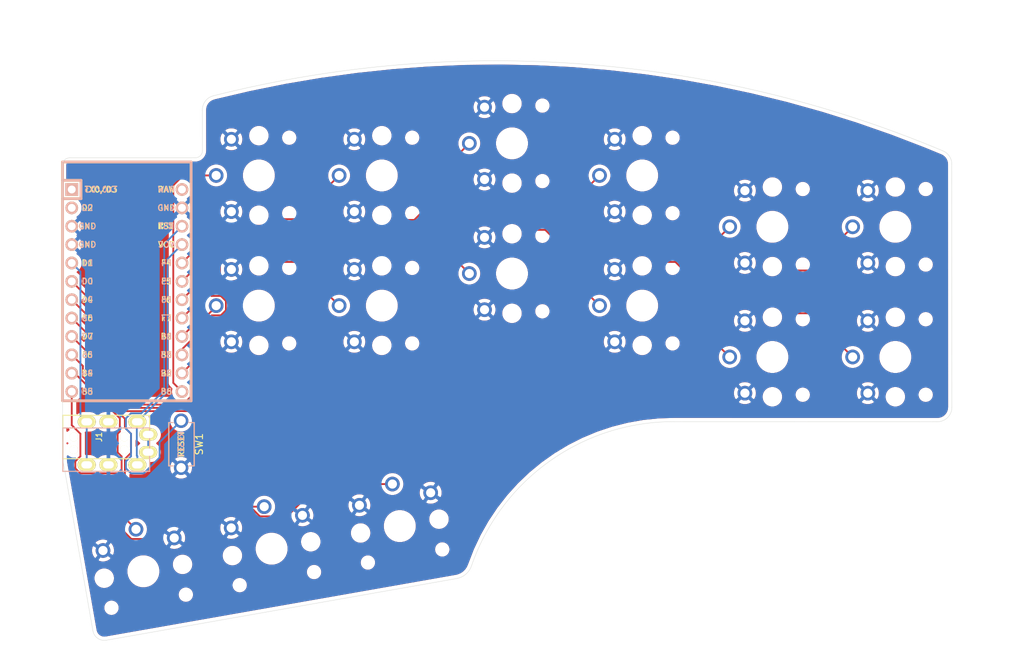
<source format=kicad_pcb>
(kicad_pcb (version 20171130) (host pcbnew "(5.1.9)-1")
  (layers (0 F.Cu signal) (31 B.Cu signal) (34 B.Paste user) (35 F.Paste user) (36 B.SilkS user) (37 F.SilkS user) (38 B.Mask user) (39 F.Mask user) (44 Edge.Cuts user))
  (net 0 "")
  (net 1 VDD)
  (net 2 "Net-(J1-PadA)")
  (net 3 "Net-(J1-PadB)")
  (net 4 GND)
  (net 5 "Net-(K0-Pad1)")
  (net 6 "Net-(K1-Pad1)")
  (net 7 "Net-(KA1-Pad1)")
  (net 8 "Net-(KHL1-Pad1)")
  (net 9 "Net-(KKL1-Pad1)")
  (net 10 "Net-(KN1-Pad1)")
  (net 11 "Net-(KO1-Pad1)")
  (net 12 "Net-(KPL1-Pad1)")
  (net 13 "Net-(KRL1-Pad1)")
  (net 14 "Net-(KS1-Pad1)")
  (net 15 "Net-(KS2-Pad1)")
  (net 16 "Net-(KST1-Pad1)")
  (net 17 "Net-(KST2-Pad1)")
  (net 18 "Net-(KTL1-Pad1)")
  (net 19 "Net-(KWL1-Pad1)")
  (net 20 "Net-(SW1-Pad1)")
  (net 21 "Net-(U1-Pad24)")
  (net 22 "Net-(U1-Pad1)")
  (net 23 "Net-(U1-Pad2)")
  (module Lily58-footprint:TACT_SWITCH_TVBP06 (layer F.Cu) (at 98 131.6 270)
    (fp_text reference SW1 (at 0 -2.5 90) (layer F.SilkS))
    (fp_text value SW_PUSH)
    (fp_text user RESET (at 0 0 90) (layer B.SilkS) (effects (font (size 0.8 0.8)) (justify mirror)))
    (fp_text user RESET (at 0 0 270) (layer F.SilkS) (effects (font (size 0.8 0.8))))
    (pad 2 thru_hole circle (at 3.25 0 270) (size 2 2) (drill 1.3) (layers *.Cu *.Mask) (net 4 GND))
    (pad 1 thru_hole circle (at -3.25 0 270) (size 2 2) (drill 1.3) (layers *.Cu *.Mask) (net 20 "Net-(SW1-Pad1)"))
  )
  (module Lily58_Footprints:MJ-4PP-9_rev2 (layer F.Cu) (at 81.65 130.6 90)
    (fp_text reference J1 (at 0 5 90) (layer F.SilkS) (effects (font (size 0.8 0.8))))
    (fp_text value MJ-4PP-9 hide)
    (pad "" np_thru_hole circle (at -1.75 8.5 90) (size 1.2 1.2) (drill 1.2) (layers *.Cu *.Mask F.SilkS))
    (pad "" np_thru_hole circle (at -1.75 1.5 90) (size 1.2 1.2) (drill 1.2) (layers *.Cu *.Mask F.SilkS))
    (pad D thru_hole oval (at -3.85 10.3 90) (size 1.7 2.5) (drill oval 1 1.5) (layers *.Cu *.Mask F.SilkS) (net 1 VDD) (clearance 0.15))
    (pad A thru_hole oval (at 0.35 11.8 90) (size 1.7 2.5) (drill oval 1 1.5) (layers *.Cu *.Mask F.SilkS) (net 2 "Net-(J1-PadA)") (clearance 0.15))
    (pad B thru_hole oval (at -3.85 3.3 90) (size 1.7 2.5) (drill oval 1 1.5) (layers *.Cu *.Mask F.SilkS) (net 3 "Net-(J1-PadB)"))
    (pad C thru_hole oval (at -3.85 6.3 90) (size 1.7 2.5) (drill oval 1 1.5) (layers *.Cu *.Mask F.SilkS) (net 4 GND))
    (pad "" np_thru_hole circle (at 0 1.5 90) (size 1.2 1.2) (drill 1.2) (layers *.Cu *.Mask F.SilkS))
    (pad "" np_thru_hole circle (at 0 8.5 90) (size 1.2 1.2) (drill 1.2) (layers *.Cu *.Mask F.SilkS))
    (pad B thru_hole oval (at 2.1 3.3 90) (size 1.7 2.5) (drill oval 1 1.5) (layers *.Cu *.Mask F.SilkS) (net 3 "Net-(J1-PadB)"))
    (pad C thru_hole oval (at 2.1 6.3 90) (size 1.7 2.5) (drill oval 1 1.5) (layers *.Cu *.Mask F.SilkS) (net 4 GND))
    (pad D thru_hole oval (at 2.1 10.3 90) (size 1.7 2.5) (drill oval 1 1.5) (layers *.Cu *.Mask F.SilkS) (net 1 VDD) (clearance 0.15))
    (pad A thru_hole oval (at -2.1 11.8 90) (size 1.7 2.5) (drill oval 1 1.5) (layers *.Cu *.Mask F.SilkS) (net 2 "Net-(J1-PadA)") (clearance 0.15))
  )
  (module switches:Choc_PG1350_Choc_Spacing_Reversible (layer F.Cu) (at 196.75 101.5375 270)
    (fp_text reference K0 hide)
    (fp_text value KEYSW hide)
    (pad 2 thru_hole circle (at 5 3.8 180) (size 2.032 2.032) (drill 1.27) (layers *.Cu *.Mask) (net 4 GND))
    (pad "" np_thru_hole circle (at -5.22 -4.2 270) (size 0.9906 0.9906) (drill 0.9906) (layers *.Cu *.Mask))
    (pad "" np_thru_hole circle (at 0 0 270) (size 3.429 3.429) (drill 3.429) (layers *.Cu *.Mask))
    (pad 2 thru_hole circle (at -5 3.8 270) (size 2.032 2.032) (drill 1.27) (layers *.Cu *.Mask) (net 4 GND))
    (pad 1 thru_hole circle (at 0 5.9 270) (size 2.032 2.032) (drill 1.27) (layers *.Cu *.Mask) (net 5 "Net-(K0-Pad1)"))
    (pad "" np_thru_hole circle (at 5.22 -4.2 270) (size 0.9906 0.9906) (drill 0.9906) (layers *.Cu *.Mask))
    (pad "" np_thru_hole circle (at 5.5 0 270) (size 1.7018 1.7018) (drill 1.7018) (layers *.Cu *.Mask))
    (pad "" np_thru_hole circle (at -5.5 0 270) (size 1.7018 1.7018) (drill 1.7018) (layers *.Cu *.Mask))
  )
  (module switches:Choc_PG1350_Choc_Spacing_Reversible (layer F.Cu) (at 196.75 119.5375 270)
    (fp_text reference K1 hide)
    (fp_text value KEYSW hide)
    (pad "" np_thru_hole circle (at -5.5 0 270) (size 1.7018 1.7018) (drill 1.7018) (layers *.Cu *.Mask))
    (pad "" np_thru_hole circle (at 5.5 0 270) (size 1.7018 1.7018) (drill 1.7018) (layers *.Cu *.Mask))
    (pad "" np_thru_hole circle (at 5.22 -4.2 270) (size 0.9906 0.9906) (drill 0.9906) (layers *.Cu *.Mask))
    (pad 1 thru_hole circle (at 0 5.9 270) (size 2.032 2.032) (drill 1.27) (layers *.Cu *.Mask) (net 6 "Net-(K1-Pad1)"))
    (pad 2 thru_hole circle (at -5 3.8 270) (size 2.032 2.032) (drill 1.27) (layers *.Cu *.Mask) (net 4 GND))
    (pad "" np_thru_hole circle (at 0 0 270) (size 3.429 3.429) (drill 3.429) (layers *.Cu *.Mask))
    (pad "" np_thru_hole circle (at -5.22 -4.2 270) (size 0.9906 0.9906) (drill 0.9906) (layers *.Cu *.Mask))
    (pad 2 thru_hole circle (at 5 3.8 180) (size 2.032 2.032) (drill 1.27) (layers *.Cu *.Mask) (net 4 GND))
  )
  (module switches:Choc_PG1350_Choc_Spacing_Reversible (layer F.Cu) (at 110.512395 146.042485 190)
    (fp_text reference KA1 hide)
    (fp_text value KEYSW hide)
    (pad "" np_thru_hole circle (at -5.5 0 190) (size 1.7018 1.7018) (drill 1.7018) (layers *.Cu *.Mask))
    (pad "" np_thru_hole circle (at 5.5 0 190) (size 1.7018 1.7018) (drill 1.7018) (layers *.Cu *.Mask))
    (pad "" np_thru_hole circle (at 5.22 -4.2 190) (size 0.9906 0.9906) (drill 0.9906) (layers *.Cu *.Mask))
    (pad 1 thru_hole circle (at 0 5.9 190) (size 2.032 2.032) (drill 1.27) (layers *.Cu *.Mask) (net 7 "Net-(KA1-Pad1)"))
    (pad 2 thru_hole circle (at -5 3.8 190) (size 2.032 2.032) (drill 1.27) (layers *.Cu *.Mask) (net 4 GND))
    (pad "" np_thru_hole circle (at 0 0 190) (size 3.429 3.429) (drill 3.429) (layers *.Cu *.Mask))
    (pad "" np_thru_hole circle (at -5.22 -4.2 190) (size 0.9906 0.9906) (drill 0.9906) (layers *.Cu *.Mask))
    (pad 2 thru_hole circle (at 5 3.8 100) (size 2.032 2.032) (drill 1.27) (layers *.Cu *.Mask) (net 4 GND))
  )
  (module switches:Choc_PG1350_Choc_Spacing_Reversible (layer F.Cu) (at 125.75 94.4375 270)
    (fp_text reference KHL1 hide)
    (fp_text value KEYSW hide)
    (pad 2 thru_hole circle (at 5 3.8 180) (size 2.032 2.032) (drill 1.27) (layers *.Cu *.Mask) (net 4 GND))
    (pad "" np_thru_hole circle (at -5.22 -4.2 270) (size 0.9906 0.9906) (drill 0.9906) (layers *.Cu *.Mask))
    (pad "" np_thru_hole circle (at 0 0 270) (size 3.429 3.429) (drill 3.429) (layers *.Cu *.Mask))
    (pad 2 thru_hole circle (at -5 3.8 270) (size 2.032 2.032) (drill 1.27) (layers *.Cu *.Mask) (net 4 GND))
    (pad 1 thru_hole circle (at 0 5.9 270) (size 2.032 2.032) (drill 1.27) (layers *.Cu *.Mask) (net 8 "Net-(KHL1-Pad1)"))
    (pad "" np_thru_hole circle (at 5.22 -4.2 270) (size 0.9906 0.9906) (drill 0.9906) (layers *.Cu *.Mask))
    (pad "" np_thru_hole circle (at 5.5 0 270) (size 1.7018 1.7018) (drill 1.7018) (layers *.Cu *.Mask))
    (pad "" np_thru_hole circle (at -5.5 0 270) (size 1.7018 1.7018) (drill 1.7018) (layers *.Cu *.Mask))
  )
  (module switches:Choc_PG1350_Choc_Spacing_Reversible (layer F.Cu) (at 161.75 112.4375 270)
    (fp_text reference KKL1 hide)
    (fp_text value KEYSW hide)
    (pad "" np_thru_hole circle (at -5.5 0 270) (size 1.7018 1.7018) (drill 1.7018) (layers *.Cu *.Mask))
    (pad "" np_thru_hole circle (at 5.5 0 270) (size 1.7018 1.7018) (drill 1.7018) (layers *.Cu *.Mask))
    (pad "" np_thru_hole circle (at 5.22 -4.2 270) (size 0.9906 0.9906) (drill 0.9906) (layers *.Cu *.Mask))
    (pad 1 thru_hole circle (at 0 5.9 270) (size 2.032 2.032) (drill 1.27) (layers *.Cu *.Mask) (net 9 "Net-(KKL1-Pad1)"))
    (pad 2 thru_hole circle (at -5 3.8 270) (size 2.032 2.032) (drill 1.27) (layers *.Cu *.Mask) (net 4 GND))
    (pad "" np_thru_hole circle (at 0 0 270) (size 3.429 3.429) (drill 3.429) (layers *.Cu *.Mask))
    (pad "" np_thru_hole circle (at -5.22 -4.2 270) (size 0.9906 0.9906) (drill 0.9906) (layers *.Cu *.Mask))
    (pad 2 thru_hole circle (at 5 3.8 180) (size 2.032 2.032) (drill 1.27) (layers *.Cu *.Mask) (net 4 GND))
  )
  (module switches:Choc_PG1350_Choc_Spacing_Reversible (layer F.Cu) (at 128.238935 142.916818 190)
    (fp_text reference KN1 hide)
    (fp_text value KEYSW hide)
    (pad "" np_thru_hole circle (at -5.5 0 190) (size 1.7018 1.7018) (drill 1.7018) (layers *.Cu *.Mask))
    (pad "" np_thru_hole circle (at 5.5 0 190) (size 1.7018 1.7018) (drill 1.7018) (layers *.Cu *.Mask))
    (pad "" np_thru_hole circle (at 5.22 -4.2 190) (size 0.9906 0.9906) (drill 0.9906) (layers *.Cu *.Mask))
    (pad 1 thru_hole circle (at 0 5.9 190) (size 2.032 2.032) (drill 1.27) (layers *.Cu *.Mask) (net 10 "Net-(KN1-Pad1)"))
    (pad 2 thru_hole circle (at -5 3.8 190) (size 2.032 2.032) (drill 1.27) (layers *.Cu *.Mask) (net 4 GND))
    (pad "" np_thru_hole circle (at 0 0 190) (size 3.429 3.429) (drill 3.429) (layers *.Cu *.Mask))
    (pad "" np_thru_hole circle (at -5.22 -4.2 190) (size 0.9906 0.9906) (drill 0.9906) (layers *.Cu *.Mask))
    (pad 2 thru_hole circle (at 5 3.8 100) (size 2.032 2.032) (drill 1.27) (layers *.Cu *.Mask) (net 4 GND))
  )
  (module switches:Choc_PG1350_Choc_Spacing_Reversible (layer F.Cu) (at 92.785856 149.168154 190)
    (fp_text reference KO1 hide)
    (fp_text value KEYSW hide)
    (pad 2 thru_hole circle (at 5 3.8 100) (size 2.032 2.032) (drill 1.27) (layers *.Cu *.Mask) (net 4 GND))
    (pad "" np_thru_hole circle (at -5.22 -4.2 190) (size 0.9906 0.9906) (drill 0.9906) (layers *.Cu *.Mask))
    (pad "" np_thru_hole circle (at 0 0 190) (size 3.429 3.429) (drill 3.429) (layers *.Cu *.Mask))
    (pad 2 thru_hole circle (at -5 3.8 190) (size 2.032 2.032) (drill 1.27) (layers *.Cu *.Mask) (net 4 GND))
    (pad 1 thru_hole circle (at 0 5.9 190) (size 2.032 2.032) (drill 1.27) (layers *.Cu *.Mask) (net 11 "Net-(KO1-Pad1)"))
    (pad "" np_thru_hole circle (at 5.22 -4.2 190) (size 0.9906 0.9906) (drill 0.9906) (layers *.Cu *.Mask))
    (pad "" np_thru_hole circle (at 5.5 0 190) (size 1.7018 1.7018) (drill 1.7018) (layers *.Cu *.Mask))
    (pad "" np_thru_hole circle (at -5.5 0 190) (size 1.7018 1.7018) (drill 1.7018) (layers *.Cu *.Mask))
  )
  (module switches:Choc_PG1350_Choc_Spacing_Reversible (layer F.Cu) (at 143.75 90 270)
    (fp_text reference KPL1 hide)
    (fp_text value KEYSW hide)
    (pad "" np_thru_hole circle (at -5.5 0 270) (size 1.7018 1.7018) (drill 1.7018) (layers *.Cu *.Mask))
    (pad "" np_thru_hole circle (at 5.5 0 270) (size 1.7018 1.7018) (drill 1.7018) (layers *.Cu *.Mask))
    (pad "" np_thru_hole circle (at 5.22 -4.2 270) (size 0.9906 0.9906) (drill 0.9906) (layers *.Cu *.Mask))
    (pad 1 thru_hole circle (at 0 5.9 270) (size 2.032 2.032) (drill 1.27) (layers *.Cu *.Mask) (net 12 "Net-(KPL1-Pad1)"))
    (pad 2 thru_hole circle (at -5 3.8 270) (size 2.032 2.032) (drill 1.27) (layers *.Cu *.Mask) (net 4 GND))
    (pad "" np_thru_hole circle (at 0 0 270) (size 3.429 3.429) (drill 3.429) (layers *.Cu *.Mask))
    (pad "" np_thru_hole circle (at -5.22 -4.2 270) (size 0.9906 0.9906) (drill 0.9906) (layers *.Cu *.Mask))
    (pad 2 thru_hole circle (at 5 3.8 180) (size 2.032 2.032) (drill 1.27) (layers *.Cu *.Mask) (net 4 GND))
  )
  (module switches:Choc_PG1350_Choc_Spacing_Reversible (layer F.Cu) (at 125.75 112.4375 270)
    (fp_text reference KRL1 hide)
    (fp_text value KEYSW hide)
    (pad "" np_thru_hole circle (at -5.5 0 270) (size 1.7018 1.7018) (drill 1.7018) (layers *.Cu *.Mask))
    (pad "" np_thru_hole circle (at 5.5 0 270) (size 1.7018 1.7018) (drill 1.7018) (layers *.Cu *.Mask))
    (pad "" np_thru_hole circle (at 5.22 -4.2 270) (size 0.9906 0.9906) (drill 0.9906) (layers *.Cu *.Mask))
    (pad 1 thru_hole circle (at 0 5.9 270) (size 2.032 2.032) (drill 1.27) (layers *.Cu *.Mask) (net 13 "Net-(KRL1-Pad1)"))
    (pad 2 thru_hole circle (at -5 3.8 270) (size 2.032 2.032) (drill 1.27) (layers *.Cu *.Mask) (net 4 GND))
    (pad "" np_thru_hole circle (at 0 0 270) (size 3.429 3.429) (drill 3.429) (layers *.Cu *.Mask))
    (pad "" np_thru_hole circle (at -5.22 -4.2 270) (size 0.9906 0.9906) (drill 0.9906) (layers *.Cu *.Mask))
    (pad 2 thru_hole circle (at 5 3.8 180) (size 2.032 2.032) (drill 1.27) (layers *.Cu *.Mask) (net 4 GND))
  )
  (module switches:Choc_PG1350_Choc_Spacing_Reversible (layer F.Cu) (at 179.75 101.5375 270)
    (fp_text reference KS1 hide)
    (fp_text value KEYSW hide)
    (pad "" np_thru_hole circle (at -5.5 0 270) (size 1.7018 1.7018) (drill 1.7018) (layers *.Cu *.Mask))
    (pad "" np_thru_hole circle (at 5.5 0 270) (size 1.7018 1.7018) (drill 1.7018) (layers *.Cu *.Mask))
    (pad "" np_thru_hole circle (at 5.22 -4.2 270) (size 0.9906 0.9906) (drill 0.9906) (layers *.Cu *.Mask))
    (pad 1 thru_hole circle (at 0 5.9 270) (size 2.032 2.032) (drill 1.27) (layers *.Cu *.Mask) (net 14 "Net-(KS1-Pad1)"))
    (pad 2 thru_hole circle (at -5 3.8 270) (size 2.032 2.032) (drill 1.27) (layers *.Cu *.Mask) (net 4 GND))
    (pad "" np_thru_hole circle (at 0 0 270) (size 3.429 3.429) (drill 3.429) (layers *.Cu *.Mask))
    (pad "" np_thru_hole circle (at -5.22 -4.2 270) (size 0.9906 0.9906) (drill 0.9906) (layers *.Cu *.Mask))
    (pad 2 thru_hole circle (at 5 3.8 180) (size 2.032 2.032) (drill 1.27) (layers *.Cu *.Mask) (net 4 GND))
  )
  (module switches:Choc_PG1350_Choc_Spacing_Reversible (layer F.Cu) (at 179.75 119.5375 270)
    (fp_text reference KS2 hide)
    (fp_text value KEYSW hide)
    (pad 2 thru_hole circle (at 5 3.8 180) (size 2.032 2.032) (drill 1.27) (layers *.Cu *.Mask) (net 4 GND))
    (pad "" np_thru_hole circle (at -5.22 -4.2 270) (size 0.9906 0.9906) (drill 0.9906) (layers *.Cu *.Mask))
    (pad "" np_thru_hole circle (at 0 0 270) (size 3.429 3.429) (drill 3.429) (layers *.Cu *.Mask))
    (pad 2 thru_hole circle (at -5 3.8 270) (size 2.032 2.032) (drill 1.27) (layers *.Cu *.Mask) (net 4 GND))
    (pad 1 thru_hole circle (at 0 5.9 270) (size 2.032 2.032) (drill 1.27) (layers *.Cu *.Mask) (net 15 "Net-(KS2-Pad1)"))
    (pad "" np_thru_hole circle (at 5.22 -4.2 270) (size 0.9906 0.9906) (drill 0.9906) (layers *.Cu *.Mask))
    (pad "" np_thru_hole circle (at 5.5 0 270) (size 1.7018 1.7018) (drill 1.7018) (layers *.Cu *.Mask))
    (pad "" np_thru_hole circle (at -5.5 0 270) (size 1.7018 1.7018) (drill 1.7018) (layers *.Cu *.Mask))
  )
  (module switches:Choc_PG1350_Choc_Spacing_Reversible (layer F.Cu) (at 108.75 94.4375 270)
    (fp_text reference KST1 hide)
    (fp_text value KEYSW hide)
    (pad "" np_thru_hole circle (at -5.5 0 270) (size 1.7018 1.7018) (drill 1.7018) (layers *.Cu *.Mask))
    (pad "" np_thru_hole circle (at 5.5 0 270) (size 1.7018 1.7018) (drill 1.7018) (layers *.Cu *.Mask))
    (pad "" np_thru_hole circle (at 5.22 -4.2 270) (size 0.9906 0.9906) (drill 0.9906) (layers *.Cu *.Mask))
    (pad 1 thru_hole circle (at 0 5.9 270) (size 2.032 2.032) (drill 1.27) (layers *.Cu *.Mask) (net 16 "Net-(KST1-Pad1)"))
    (pad 2 thru_hole circle (at -5 3.8 270) (size 2.032 2.032) (drill 1.27) (layers *.Cu *.Mask) (net 4 GND))
    (pad "" np_thru_hole circle (at 0 0 270) (size 3.429 3.429) (drill 3.429) (layers *.Cu *.Mask))
    (pad "" np_thru_hole circle (at -5.22 -4.2 270) (size 0.9906 0.9906) (drill 0.9906) (layers *.Cu *.Mask))
    (pad 2 thru_hole circle (at 5 3.8 180) (size 2.032 2.032) (drill 1.27) (layers *.Cu *.Mask) (net 4 GND))
  )
  (module switches:Choc_PG1350_Choc_Spacing_Reversible (layer F.Cu) (at 108.75 112.4375 270)
    (fp_text reference KST2 hide)
    (fp_text value KEYSW hide)
    (pad 2 thru_hole circle (at 5 3.8 180) (size 2.032 2.032) (drill 1.27) (layers *.Cu *.Mask) (net 4 GND))
    (pad "" np_thru_hole circle (at -5.22 -4.2 270) (size 0.9906 0.9906) (drill 0.9906) (layers *.Cu *.Mask))
    (pad "" np_thru_hole circle (at 0 0 270) (size 3.429 3.429) (drill 3.429) (layers *.Cu *.Mask))
    (pad 2 thru_hole circle (at -5 3.8 270) (size 2.032 2.032) (drill 1.27) (layers *.Cu *.Mask) (net 4 GND))
    (pad 1 thru_hole circle (at 0 5.9 270) (size 2.032 2.032) (drill 1.27) (layers *.Cu *.Mask) (net 17 "Net-(KST2-Pad1)"))
    (pad "" np_thru_hole circle (at 5.22 -4.2 270) (size 0.9906 0.9906) (drill 0.9906) (layers *.Cu *.Mask))
    (pad "" np_thru_hole circle (at 5.5 0 270) (size 1.7018 1.7018) (drill 1.7018) (layers *.Cu *.Mask))
    (pad "" np_thru_hole circle (at -5.5 0 270) (size 1.7018 1.7018) (drill 1.7018) (layers *.Cu *.Mask))
  )
  (module switches:Choc_PG1350_Choc_Spacing_Reversible (layer F.Cu) (at 161.75 94.4375 270)
    (fp_text reference KTL1 hide)
    (fp_text value KEYSW hide)
    (pad 2 thru_hole circle (at 5 3.8 180) (size 2.032 2.032) (drill 1.27) (layers *.Cu *.Mask) (net 4 GND))
    (pad "" np_thru_hole circle (at -5.22 -4.2 270) (size 0.9906 0.9906) (drill 0.9906) (layers *.Cu *.Mask))
    (pad "" np_thru_hole circle (at 0 0 270) (size 3.429 3.429) (drill 3.429) (layers *.Cu *.Mask))
    (pad 2 thru_hole circle (at -5 3.8 270) (size 2.032 2.032) (drill 1.27) (layers *.Cu *.Mask) (net 4 GND))
    (pad 1 thru_hole circle (at 0 5.9 270) (size 2.032 2.032) (drill 1.27) (layers *.Cu *.Mask) (net 18 "Net-(KTL1-Pad1)"))
    (pad "" np_thru_hole circle (at 5.22 -4.2 270) (size 0.9906 0.9906) (drill 0.9906) (layers *.Cu *.Mask))
    (pad "" np_thru_hole circle (at 5.5 0 270) (size 1.7018 1.7018) (drill 1.7018) (layers *.Cu *.Mask))
    (pad "" np_thru_hole circle (at -5.5 0 270) (size 1.7018 1.7018) (drill 1.7018) (layers *.Cu *.Mask))
  )
  (module switches:Choc_PG1350_Choc_Spacing_Reversible (layer F.Cu) (at 143.75 108 270)
    (fp_text reference KWL1 hide)
    (fp_text value KEYSW hide)
    (pad 2 thru_hole circle (at 5 3.8 180) (size 2.032 2.032) (drill 1.27) (layers *.Cu *.Mask) (net 4 GND))
    (pad "" np_thru_hole circle (at -5.22 -4.2 270) (size 0.9906 0.9906) (drill 0.9906) (layers *.Cu *.Mask))
    (pad "" np_thru_hole circle (at 0 0 270) (size 3.429 3.429) (drill 3.429) (layers *.Cu *.Mask))
    (pad 2 thru_hole circle (at -5 3.8 270) (size 2.032 2.032) (drill 1.27) (layers *.Cu *.Mask) (net 4 GND))
    (pad 1 thru_hole circle (at 0 5.9 270) (size 2.032 2.032) (drill 1.27) (layers *.Cu *.Mask) (net 19 "Net-(KWL1-Pad1)"))
    (pad "" np_thru_hole circle (at 5.22 -4.2 270) (size 0.9906 0.9906) (drill 0.9906) (layers *.Cu *.Mask))
    (pad "" np_thru_hole circle (at 5.5 0 270) (size 1.7018 1.7018) (drill 1.7018) (layers *.Cu *.Mask))
    (pad "" np_thru_hole circle (at -5.5 0 270) (size 1.7018 1.7018) (drill 1.7018) (layers *.Cu *.Mask))
  )
  (module Keebio-Parts:ArduinoProMicro (layer F.Cu) (at 90.5 110.35 270)
    (fp_text reference U1 hide)
    (fp_text value ProMicro hide)
    (fp_text user D2 (at -11.43 5.461) (layer B.SilkS) (effects (font (size 0.8 0.8)) (justify mirror)))
    (fp_text user D0 (at -1.27 5.461) (layer B.SilkS) (effects (font (size 0.8 0.8)) (justify mirror)))
    (fp_text user D1 (at -3.81 5.461) (layer B.SilkS) (effects (font (size 0.8 0.8)) (justify mirror)))
    (fp_text user GND (at -6.35 5.461) (layer B.SilkS) (effects (font (size 0.8 0.8)) (justify mirror)))
    (fp_text user GND (at -8.89 5.461) (layer B.SilkS) (effects (font (size 0.8 0.8)) (justify mirror)))
    (fp_text user D4 (at 1.27 5.461) (layer B.SilkS) (effects (font (size 0.8 0.8)) (justify mirror)))
    (fp_text user C6 (at 3.81 5.461) (layer B.SilkS) (effects (font (size 0.8 0.8)) (justify mirror)))
    (fp_text user D7 (at 6.35 5.461) (layer B.SilkS) (effects (font (size 0.8 0.8)) (justify mirror)))
    (fp_text user E6 (at 8.89 5.461) (layer B.SilkS) (effects (font (size 0.8 0.8)) (justify mirror)))
    (fp_text user B4 (at 11.43 5.461) (layer B.SilkS) (effects (font (size 0.8 0.8)) (justify mirror)))
    (fp_text user B5 (at 13.97 5.461) (layer B.SilkS) (effects (font (size 0.8 0.8)) (justify mirror)))
    (fp_text user B6 (at 13.97 -5.461) (layer B.SilkS) (effects (font (size 0.8 0.8)) (justify mirror)))
    (fp_text user B2 (at 11.43 -5.461) (layer F.SilkS) (effects (font (size 0.8 0.8))))
    (fp_text user B3 (at 8.89 -5.461) (layer B.SilkS) (effects (font (size 0.8 0.8)) (justify mirror)))
    (fp_text user B1 (at 6.35 -5.461) (layer B.SilkS) (effects (font (size 0.8 0.8)) (justify mirror)))
    (fp_text user F7 (at 3.81 -5.461) (layer F.SilkS) (effects (font (size 0.8 0.8))))
    (fp_text user F6 (at 1.27 -5.461) (layer F.SilkS) (effects (font (size 0.8 0.8))))
    (fp_text user F5 (at -1.27 -5.461) (layer F.SilkS) (effects (font (size 0.8 0.8))))
    (fp_text user F4 (at -3.81 -5.461) (layer B.SilkS) (effects (font (size 0.8 0.8)) (justify mirror)))
    (fp_text user VCC (at -6.35 -5.461) (layer B.SilkS) (effects (font (size 0.8 0.8)) (justify mirror)))
    (fp_text user GND (at -11.43 -5.461) (layer B.SilkS) (effects (font (size 0.8 0.8)) (justify mirror)))
    (fp_text user RAW (at -13.97 -5.461) (layer B.SilkS) (effects (font (size 0.8 0.8)) (justify mirror)))
    (fp_text user RAW (at -13.97 -5.461) (layer F.SilkS) (effects (font (size 0.8 0.8))))
    (fp_text user GND (at -11.43 -5.461) (layer F.SilkS) (effects (font (size 0.8 0.8))))
    (fp_text user ST (at -8.92 -5.73312) (layer F.SilkS) (effects (font (size 0.8 0.8))))
    (fp_text user VCC (at -6.35 -5.461) (layer F.SilkS) (effects (font (size 0.8 0.8))))
    (fp_text user F4 (at -3.81 -5.461) (layer F.SilkS) (effects (font (size 0.8 0.8))))
    (fp_text user F5 (at -1.27 -5.461) (layer B.SilkS) (effects (font (size 0.8 0.8)) (justify mirror)))
    (fp_text user F6 (at 1.27 -5.461) (layer B.SilkS) (effects (font (size 0.8 0.8)) (justify mirror)))
    (fp_text user F7 (at 3.81 -5.461) (layer B.SilkS) (effects (font (size 0.8 0.8)) (justify mirror)))
    (fp_text user B1 (at 6.35 -5.461) (layer F.SilkS) (effects (font (size 0.8 0.8))))
    (fp_text user B3 (at 8.89 -5.461) (layer F.SilkS) (effects (font (size 0.8 0.8))))
    (fp_text user B2 (at 11.43 -5.461) (layer B.SilkS) (effects (font (size 0.8 0.8)) (justify mirror)))
    (fp_text user B6 (at 13.97 -5.461) (layer F.SilkS) (effects (font (size 0.8 0.8))))
    (fp_text user B5 (at 13.97 5.461) (layer F.SilkS) (effects (font (size 0.8 0.8))))
    (fp_text user B4 (at 11.43 5.461) (layer F.SilkS) (effects (font (size 0.8 0.8))))
    (fp_text user E6 (at 8.89 5.461) (layer F.SilkS) (effects (font (size 0.8 0.8))))
    (fp_text user D7 (at 6.35 5.461) (layer F.SilkS) (effects (font (size 0.8 0.8))))
    (fp_text user C6 (at 3.81 5.461) (layer F.SilkS) (effects (font (size 0.8 0.8))))
    (fp_text user D4 (at 1.27 5.461) (layer F.SilkS) (effects (font (size 0.8 0.8))))
    (fp_text user GND (at -8.89 5.461) (layer F.SilkS) (effects (font (size 0.8 0.8))))
    (fp_text user GND (at -6.35 5.461) (layer F.SilkS) (effects (font (size 0.8 0.8))))
    (fp_text user D1 (at -3.81 5.461) (layer F.SilkS) (effects (font (size 0.8 0.8))))
    (fp_text user D0 (at -1.27 5.461) (layer F.SilkS) (effects (font (size 0.8 0.8))))
    (fp_text user D2 (at -11.43 5.461) (layer F.SilkS) (effects (font (size 0.8 0.8))))
    (fp_text user TX0/D3 (at -13.97 3.571872) (layer B.SilkS) (effects (font (size 0.8 0.8)) (justify mirror)))
    (fp_text user TX0/D3 (at -13.97 3.571872) (layer F.SilkS) (effects (font (size 0.8 0.8))))
    (fp_text user ST (at -8.91 -5.04) (layer B.SilkS) (effects (font (size 0.8 0.8)) (justify mirror)))
    (pad 1 thru_hole rect (at -13.97 7.62 270) (size 1.7526 1.7526) (drill 1.0922) (layers *.Cu *.SilkS *.Mask) (net 22 "Net-(U1-Pad1)"))
    (pad 2 thru_hole circle (at -11.43 7.62 270) (size 1.7526 1.7526) (drill 1.0922) (layers *.Cu *.SilkS *.Mask) (net 23 "Net-(U1-Pad2)"))
    (pad 3 thru_hole circle (at -8.89 7.62 270) (size 1.7526 1.7526) (drill 1.0922) (layers *.Cu *.SilkS *.Mask) (net 4 GND))
    (pad 4 thru_hole circle (at -6.35 7.62 270) (size 1.7526 1.7526) (drill 1.0922) (layers *.Cu *.SilkS *.Mask) (net 4 GND))
    (pad 5 thru_hole circle (at -3.81 7.62 270) (size 1.7526 1.7526) (drill 1.0922) (layers *.Cu *.SilkS *.Mask) (net 3 "Net-(J1-PadB)"))
    (pad 6 thru_hole circle (at -1.27 7.62 270) (size 1.7526 1.7526) (drill 1.0922) (layers *.Cu *.SilkS *.Mask) (net 15 "Net-(KS2-Pad1)"))
    (pad 7 thru_hole circle (at 1.27 7.62 270) (size 1.7526 1.7526) (drill 1.0922) (layers *.Cu *.SilkS *.Mask) (net 9 "Net-(KKL1-Pad1)"))
    (pad 8 thru_hole circle (at 3.81 7.62 270) (size 1.7526 1.7526) (drill 1.0922) (layers *.Cu *.SilkS *.Mask) (net 19 "Net-(KWL1-Pad1)"))
    (pad 9 thru_hole circle (at 6.35 7.62 270) (size 1.7526 1.7526) (drill 1.0922) (layers *.Cu *.SilkS *.Mask) (net 13 "Net-(KRL1-Pad1)"))
    (pad 10 thru_hole circle (at 8.89 7.62 270) (size 1.7526 1.7526) (drill 1.0922) (layers *.Cu *.SilkS *.Mask) (net 11 "Net-(KO1-Pad1)"))
    (pad 11 thru_hole circle (at 11.43 7.62 270) (size 1.7526 1.7526) (drill 1.0922) (layers *.Cu *.SilkS *.Mask) (net 7 "Net-(KA1-Pad1)"))
    (pad 13 thru_hole circle (at 13.97 -7.62 270) (size 1.7526 1.7526) (drill 1.0922) (layers *.Cu *.SilkS *.Mask) (net 16 "Net-(KST1-Pad1)"))
    (pad 14 thru_hole circle (at 11.43 -7.62 270) (size 1.7526 1.7526) (drill 1.0922) (layers *.Cu *.SilkS *.Mask) (net 6 "Net-(K1-Pad1)"))
    (pad 15 thru_hole circle (at 8.89 -7.62 270) (size 1.7526 1.7526) (drill 1.0922) (layers *.Cu *.SilkS *.Mask) (net 17 "Net-(KST2-Pad1)"))
    (pad 16 thru_hole circle (at 6.35 -7.62 270) (size 1.7526 1.7526) (drill 1.0922) (layers *.Cu *.SilkS *.Mask) (net 5 "Net-(K0-Pad1)"))
    (pad 17 thru_hole circle (at 3.81 -7.62 270) (size 1.7526 1.7526) (drill 1.0922) (layers *.Cu *.SilkS *.Mask) (net 14 "Net-(KS1-Pad1)"))
    (pad 18 thru_hole circle (at 1.27 -7.62 270) (size 1.7526 1.7526) (drill 1.0922) (layers *.Cu *.SilkS *.Mask) (net 18 "Net-(KTL1-Pad1)"))
    (pad 19 thru_hole circle (at -1.27 -7.62 270) (size 1.7526 1.7526) (drill 1.0922) (layers *.Cu *.SilkS *.Mask) (net 12 "Net-(KPL1-Pad1)"))
    (pad 20 thru_hole circle (at -3.81 -7.62 270) (size 1.7526 1.7526) (drill 1.0922) (layers *.Cu *.SilkS *.Mask) (net 8 "Net-(KHL1-Pad1)"))
    (pad 21 thru_hole circle (at -6.35 -7.62 270) (size 1.7526 1.7526) (drill 1.0922) (layers *.Cu *.SilkS *.Mask) (net 1 VDD))
    (pad 22 thru_hole circle (at -8.89 -7.62 270) (size 1.7526 1.7526) (drill 1.0922) (layers *.Cu *.SilkS *.Mask) (net 20 "Net-(SW1-Pad1)"))
    (pad 23 thru_hole circle (at -11.43 -7.62 270) (size 1.7526 1.7526) (drill 1.0922) (layers *.Cu *.SilkS *.Mask) (net 4 GND))
    (pad 12 thru_hole circle (at 13.97 7.62 270) (size 1.7526 1.7526) (drill 1.0922) (layers *.Cu *.SilkS *.Mask) (net 10 "Net-(KN1-Pad1)"))
    (pad 24 thru_hole circle (at -13.97 -7.62 270) (size 1.7526 1.7526) (drill 1.0922) (layers *.Cu *.SilkS *.Mask) (net 21 "Net-(U1-Pad24)"))
  )
  (gr_line (start 202.54 128.489893) (end 166.16 128.48) (layer Edge.Cuts) (width 0.05))
  (gr_arc (start 135.62 147.53) (end 136.2 150.15) (angle -59.72750226) (layer Edge.Cuts) (width 0.05))
  (gr_arc (start 166.06 157.98) (end 166.16 128.48) (angle -71.14170717) (layer Edge.Cuts) (width 0.05))
  (gr_arc (start 202.569855 126.489989) (end 202.54 128.489893) (angle -89.99563413) (layer Edge.Cuts) (width 0.05))
  (gr_arc (start 87.378158 157.127012) (end 85.808367 157.402609) (angle -90.00007173) (layer Edge.Cuts) (width 0.05))
  (gr_arc (start 141.490507 238.275239) (end 203.323486 91.038052) (angle -36.90293405) (layer Edge.Cuts) (width 0.05))
  (gr_arc (start 202.559902 92.886751) (end 204.56 92.905635) (angle -68.09843081) (layer Edge.Cuts) (width 0.05))
  (gr_arc (start 99.9496 91) (end 99.95 92) (angle -89.97708169) (layer Edge.Cuts) (width 0.05))
  (gr_arc (start 102.941575 85.368298) (end 102.525732 83.409953) (angle -79.20520918) (layer Edge.Cuts) (width 0.05))
  (gr_line (start 81.61 131) (end 81.7 134.02) (layer Edge.Cuts) (width 0.05))
  (gr_arc (start 82.6 93) (end 82.6 92) (angle -90.5729387) (layer Edge.Cuts) (width 0.05))
  (gr_line (start 204.56 92.905635) (end 204.569757 126.519996) (layer Edge.Cuts) (width 0.05))
  (gr_line (start 87.653756 158.696803) (end 136.2 150.15) (layer Edge.Cuts) (width 0.05))
  (gr_line (start 100.9496 91) (end 100.94 85.41) (layer Edge.Cuts) (width 0.05))
  (gr_line (start 82.6 92) (end 99.95 92) (layer Edge.Cuts) (width 0.05))
  (gr_line (start 81.61 131) (end 81.60005 93.01) (layer Edge.Cuts) (width 0.05))
  (gr_line (start 85.808367 157.402609) (end 81.7 134.02) (layer Edge.Cuts) (width 0.05))
  (segment (start 91.87499 128.57501) (end 91.95 128.5) (width 0.25) (layer B.Cu) (net 1))
  (segment (start 91.87499 133.186705) (end 91.87499 128.57501) (width 0.25) (layer B.Cu) (net 1))
  (segment (start 91.95 133.261715) (end 91.87499 133.186705) (width 0.25) (layer B.Cu) (net 1))
  (segment (start 91.95 134.45) (end 91.95 133.261715) (width 0.25) (layer B.Cu) (net 1))
  (segment (start 98.12 104) (end 96.12 106) (width 0.25) (layer B.Cu) (net 1))
  (segment (start 96.12 124.33) (end 91.95 128.5) (width 0.25) (layer B.Cu) (net 1))
  (segment (start 96.12 106) (end 96.12 124.33) (width 0.25) (layer B.Cu) (net 1))
  (segment (start 93.45 130.25) (end 93.45 132.7) (width 0.25) (layer B.Cu) (net 2))
  (segment (start 84.95 128.5) (end 84.95 134.45) (width 0.25) (layer B.Cu) (net 3))
  (segment (start 84.081301 127.631301) (end 84.95 128.5) (width 0.25) (layer B.Cu) (net 3))
  (segment (start 84.081301 107.741301) (end 84.081301 127.631301) (width 0.25) (layer B.Cu) (net 3))
  (segment (start 82.88 106.54) (end 84.081301 107.741301) (width 0.25) (layer B.Cu) (net 3))
  (segment (start 87.95 134.45) (end 87.95 128.5) (width 0.25) (layer B.Cu) (net 4))
  (segment (start 183.332199 107.577801) (end 184.809699 107.577801) (width 0.25) (layer F.Cu) (net 5))
  (segment (start 180.56 110.35) (end 183.332199 107.577801) (width 0.25) (layer F.Cu) (net 5))
  (segment (start 175.96 110.35) (end 180.56 110.35) (width 0.25) (layer F.Cu) (net 5))
  (segment (start 168.78001 103.17001) (end 175.96 110.35) (width 0.25) (layer F.Cu) (net 5))
  (segment (start 184.809699 107.577801) (end 190.85 101.5375) (width 0.25) (layer F.Cu) (net 5))
  (segment (start 150.57361 98.75002) (end 154.9936 103.17001) (width 0.25) (layer F.Cu) (net 5))
  (segment (start 137.6428 98.75002) (end 150.57361 98.75002) (width 0.25) (layer F.Cu) (net 5))
  (segment (start 133.202782 103.190038) (end 137.6428 98.75002) (width 0.25) (layer F.Cu) (net 5))
  (segment (start 103.284832 103.190038) (end 133.202782 103.190038) (width 0.25) (layer F.Cu) (net 5))
  (segment (start 101.121341 105.353529) (end 103.284832 103.190038) (width 0.25) (layer F.Cu) (net 5))
  (segment (start 101.121341 113.698659) (end 101.121341 105.353529) (width 0.25) (layer F.Cu) (net 5))
  (segment (start 154.9936 103.17001) (end 168.78001 103.17001) (width 0.25) (layer F.Cu) (net 5))
  (segment (start 98.12 116.7) (end 101.121341 113.698659) (width 0.25) (layer F.Cu) (net 5))
  (segment (start 184.809699 113.497199) (end 190.85 119.5375) (width 0.25) (layer F.Cu) (net 6))
  (segment (start 183.217199 113.497199) (end 184.809699 113.497199) (width 0.25) (layer F.Cu) (net 6))
  (segment (start 180.52001 110.80001) (end 183.217199 113.497199) (width 0.25) (layer F.Cu) (net 6))
  (segment (start 150.38721 99.20003) (end 154.8072 103.62002) (width 0.25) (layer F.Cu) (net 6))
  (segment (start 102.206319 111.096499) (end 101.571351 110.461531) (width 0.25) (layer F.Cu) (net 6))
  (segment (start 102.02136 114.00864) (end 102.251499 113.778501) (width 0.25) (layer F.Cu) (net 6))
  (segment (start 103.493681 113.778501) (end 104.191001 113.081181) (width 0.25) (layer F.Cu) (net 6))
  (segment (start 102.251499 113.778501) (end 103.493681 113.778501) (width 0.25) (layer F.Cu) (net 6))
  (segment (start 104.191001 113.081181) (end 104.191001 111.793819) (width 0.25) (layer F.Cu) (net 6))
  (segment (start 101.571351 105.558649) (end 103.489952 103.640048) (width 0.25) (layer F.Cu) (net 6))
  (segment (start 104.191001 111.793819) (end 103.493681 111.096499) (width 0.25) (layer F.Cu) (net 6))
  (segment (start 103.493681 111.096499) (end 102.206319 111.096499) (width 0.25) (layer F.Cu) (net 6))
  (segment (start 101.571351 110.461531) (end 101.571351 105.558649) (width 0.25) (layer F.Cu) (net 6))
  (segment (start 154.8072 103.62002) (end 168.59361 103.62002) (width 0.25) (layer F.Cu) (net 6))
  (segment (start 175.7736 110.80001) (end 180.52001 110.80001) (width 0.25) (layer F.Cu) (net 6))
  (segment (start 168.59361 103.62002) (end 175.7736 110.80001) (width 0.25) (layer F.Cu) (net 6))
  (segment (start 103.489952 103.640048) (end 133.389183 103.640047) (width 0.25) (layer F.Cu) (net 6))
  (segment (start 137.8292 99.20003) (end 150.38721 99.20003) (width 0.25) (layer F.Cu) (net 6))
  (segment (start 133.389183 103.640047) (end 137.8292 99.20003) (width 0.25) (layer F.Cu) (net 6))
  (segment (start 99.321301 120.578699) (end 99.321301 117.913035) (width 0.25) (layer F.Cu) (net 6))
  (segment (start 98.12 121.78) (end 99.321301 120.578699) (width 0.25) (layer F.Cu) (net 6))
  (segment (start 102.02136 115.212976) (end 102.02136 114.00864) (width 0.25) (layer F.Cu) (net 6))
  (segment (start 99.321301 117.913035) (end 102.02136 115.212976) (width 0.25) (layer F.Cu) (net 6))
  (segment (start 89.224999 130.155999) (end 89.224999 132.734999) (width 0.25) (layer F.Cu) (net 7))
  (segment (start 89.52501 129.855988) (end 89.224999 130.155999) (width 0.25) (layer F.Cu) (net 7))
  (segment (start 89.224999 132.734999) (end 89.77498 133.28498) (width 0.25) (layer F.Cu) (net 7))
  (segment (start 91.117651 144.698789) (end 94.001211 144.698789) (width 0.25) (layer F.Cu) (net 7))
  (segment (start 89.774981 143.356119) (end 91.117651 144.698789) (width 0.25) (layer F.Cu) (net 7))
  (segment (start 98.467881 140.232119) (end 109.487871 140.232119) (width 0.25) (layer F.Cu) (net 7))
  (segment (start 94.001211 144.698789) (end 98.467881 140.232119) (width 0.25) (layer F.Cu) (net 7))
  (segment (start 82.88 121.78) (end 83.241715 121.78) (width 0.25) (layer F.Cu) (net 7))
  (segment (start 82.88 121.78) (end 83.291715 121.78) (width 0.25) (layer F.Cu) (net 7))
  (segment (start 83.291715 121.78) (end 89.52501 128.013295) (width 0.25) (layer F.Cu) (net 7))
  (segment (start 89.52501 128.013295) (end 89.52501 129.855988) (width 0.25) (layer F.Cu) (net 7))
  (segment (start 89.774981 135.808571) (end 89.774981 143.356119) (width 0.25) (layer F.Cu) (net 7))
  (segment (start 89.77498 133.28498) (end 89.774981 135.808571) (width 0.25) (layer F.Cu) (net 7))
  (segment (start 99.321301 105.338699) (end 98.12 106.54) (width 0.25) (layer F.Cu) (net 8))
  (segment (start 99.321301 104.607929) (end 102.53923 101.39) (width 0.25) (layer F.Cu) (net 8))
  (segment (start 99.321301 105.338699) (end 99.321301 104.607929) (width 0.25) (layer F.Cu) (net 8))
  (segment (start 102.53923 101.39) (end 111.35 101.39) (width 0.25) (layer F.Cu) (net 8))
  (segment (start 112.262199 100.477801) (end 113.809699 100.477801) (width 0.25) (layer F.Cu) (net 8))
  (segment (start 111.35 101.39) (end 112.262199 100.477801) (width 0.25) (layer F.Cu) (net 8))
  (segment (start 113.809699 100.477801) (end 119.85 94.4375) (width 0.25) (layer F.Cu) (net 8))
  (segment (start 154.46 111.0475) (end 155.85 112.4375) (width 0.25) (layer F.Cu) (net 9))
  (segment (start 148.343745 101.959699) (end 154.46 108.075954) (width 0.25) (layer F.Cu) (net 9))
  (segment (start 138.202 100.10005) (end 145.31005 100.10005) (width 0.25) (layer F.Cu) (net 9))
  (segment (start 102.471371 105.945039) (end 103.876342 104.540068) (width 0.25) (layer F.Cu) (net 9))
  (segment (start 133.761983 104.540067) (end 138.202 100.10005) (width 0.25) (layer F.Cu) (net 9))
  (segment (start 102.596479 110.196479) (end 102.471371 110.071371) (width 0.25) (layer F.Cu) (net 9))
  (segment (start 103.866481 110.196479) (end 102.596479 110.196479) (width 0.25) (layer F.Cu) (net 9))
  (segment (start 103.876342 104.540068) (end 133.761983 104.540067) (width 0.25) (layer F.Cu) (net 9))
  (segment (start 105.091019 111.421017) (end 103.866481 110.196479) (width 0.25) (layer F.Cu) (net 9))
  (segment (start 82.88 111.62) (end 85.769092 114.509092) (width 0.25) (layer F.Cu) (net 9))
  (segment (start 147.169699 101.959699) (end 148.343745 101.959699) (width 0.25) (layer F.Cu) (net 9))
  (segment (start 99.771311 125.225037) (end 99.771311 121.401509) (width 0.25) (layer F.Cu) (net 9))
  (segment (start 154.46 108.075954) (end 154.46 111.0475) (width 0.25) (layer F.Cu) (net 9))
  (segment (start 99.771311 121.401509) (end 100.221321 120.951499) (width 0.25) (layer F.Cu) (net 9))
  (segment (start 98.876358 126.11999) (end 99.771311 125.225037) (width 0.25) (layer F.Cu) (net 9))
  (segment (start 102.471371 110.071371) (end 102.471371 105.945039) (width 0.25) (layer F.Cu) (net 9))
  (segment (start 103.866483 114.678519) (end 105.09102 113.45398) (width 0.25) (layer F.Cu) (net 9))
  (segment (start 100.221321 120.951499) (end 100.221321 118.285835) (width 0.25) (layer F.Cu) (net 9))
  (segment (start 145.31005 100.10005) (end 147.169699 101.959699) (width 0.25) (layer F.Cu) (net 9))
  (segment (start 100.221321 118.285835) (end 102.92138 115.585776) (width 0.25) (layer F.Cu) (net 9))
  (segment (start 102.92138 114.67852) (end 103.866483 114.678519) (width 0.25) (layer F.Cu) (net 9))
  (segment (start 102.92138 115.585776) (end 102.92138 114.67852) (width 0.25) (layer F.Cu) (net 9))
  (segment (start 105.09102 113.45398) (end 105.091019 111.421017) (width 0.25) (layer F.Cu) (net 9))
  (segment (start 85.769092 114.509092) (end 85.769092 121.711737) (width 0.25) (layer F.Cu) (net 9))
  (segment (start 90.177345 126.11999) (end 98.876358 126.11999) (width 0.25) (layer F.Cu) (net 9))
  (segment (start 85.769092 121.711737) (end 90.177345 126.11999) (width 0.25) (layer F.Cu) (net 9))
  (segment (start 90.931251 145.148799) (end 94.187612 145.148798) (width 0.25) (layer F.Cu) (net 10))
  (segment (start 89.324972 143.54252) (end 90.931251 145.148799) (width 0.25) (layer F.Cu) (net 10))
  (segment (start 94.187612 145.148798) (end 98.654281 140.682129) (width 0.25) (layer F.Cu) (net 10))
  (segment (start 98.654281 140.682129) (end 108.002129 140.682129) (width 0.25) (layer F.Cu) (net 10))
  (segment (start 117.117412 137.106452) (end 127.214411 137.106452) (width 0.25) (layer F.Cu) (net 10))
  (segment (start 112.650744 141.57312) (end 117.117412 137.106452) (width 0.25) (layer F.Cu) (net 10))
  (segment (start 108.89312 141.57312) (end 112.650744 141.57312) (width 0.25) (layer F.Cu) (net 10))
  (segment (start 108.002129 140.682129) (end 108.89312 141.57312) (width 0.25) (layer F.Cu) (net 10))
  (segment (start 89.27501 135.62501) (end 89.324971 135.674971) (width 0.25) (layer F.Cu) (net 10))
  (segment (start 89.324971 135.674971) (end 89.324972 143.54252) (width 0.25) (layer F.Cu) (net 10))
  (segment (start 84.063295 135.62501) (end 89.27501 135.62501) (width 0.25) (layer F.Cu) (net 10))
  (segment (start 83.37499 134.936705) (end 84.063295 135.62501) (width 0.25) (layer F.Cu) (net 10))
  (segment (start 83.37499 133.963295) (end 83.37499 134.936705) (width 0.25) (layer F.Cu) (net 10))
  (segment (start 84.075001 133.263284) (end 83.37499 133.963295) (width 0.25) (layer F.Cu) (net 10))
  (segment (start 84.075001 130.155999) (end 84.075001 133.263284) (width 0.25) (layer F.Cu) (net 10))
  (segment (start 82.88 128.960998) (end 84.075001 130.155999) (width 0.25) (layer F.Cu) (net 10))
  (segment (start 82.88 124.32) (end 82.88 128.960998) (width 0.25) (layer F.Cu) (net 10))
  (segment (start 91.075001 130.155999) (end 91.075001 132.794001) (width 0.25) (layer F.Cu) (net 11))
  (segment (start 90.224989 141.821445) (end 91.761332 143.357788) (width 0.25) (layer F.Cu) (net 11))
  (segment (start 82.88 119.24) (end 84.419062 120.779062) (width 0.25) (layer F.Cu) (net 11))
  (segment (start 84.419062 120.779062) (end 84.419062 122.270937) (width 0.25) (layer F.Cu) (net 11))
  (segment (start 91.075001 132.794001) (end 90.224989 133.644012) (width 0.25) (layer F.Cu) (net 11))
  (segment (start 90.224989 133.644012) (end 90.224989 141.821445) (width 0.25) (layer F.Cu) (net 11))
  (segment (start 90.22499 129.305988) (end 91.075001 130.155999) (width 0.25) (layer F.Cu) (net 11))
  (segment (start 84.419062 122.270937) (end 90.22499 128.076865) (width 0.25) (layer F.Cu) (net 11))
  (segment (start 90.22499 128.076865) (end 90.22499 129.305988) (width 0.25) (layer F.Cu) (net 11))
  (segment (start 136.46 94.34) (end 136.46 91.39) (width 0.25) (layer F.Cu) (net 12))
  (segment (start 136.46 91.39) (end 137.85 90) (width 0.25) (layer F.Cu) (net 12))
  (segment (start 99.771311 104.794329) (end 102.72563 101.84001) (width 0.25) (layer F.Cu) (net 12))
  (segment (start 99.771311 107.428689) (end 99.771311 104.794329) (width 0.25) (layer F.Cu) (net 12))
  (segment (start 98.12 109.08) (end 99.771311 107.428689) (width 0.25) (layer F.Cu) (net 12))
  (segment (start 102.72563 101.84001) (end 128.00999 101.84001) (width 0.25) (layer F.Cu) (net 12))
  (segment (start 136.46 94.361546) (end 136.46 91.39) (width 0.25) (layer F.Cu) (net 12))
  (segment (start 130.231546 100.59) (end 136.46 94.361546) (width 0.25) (layer F.Cu) (net 12))
  (segment (start 129.26 100.59) (end 130.231546 100.59) (width 0.25) (layer F.Cu) (net 12))
  (segment (start 128.00999 101.84001) (end 129.26 100.59) (width 0.25) (layer F.Cu) (net 12))
  (segment (start 111.190086 105.440086) (end 112.147199 106.397199) (width 0.25) (layer F.Cu) (net 13))
  (segment (start 104.269914 105.440086) (end 111.190086 105.440086) (width 0.25) (layer F.Cu) (net 13))
  (segment (start 103.371391 106.338609) (end 104.269914 105.440086) (width 0.25) (layer F.Cu) (net 13))
  (segment (start 103.376459 109.296459) (end 103.371391 109.291391) (width 0.25) (layer F.Cu) (net 13))
  (segment (start 104.239281 109.296459) (end 103.376459 109.296459) (width 0.25) (layer F.Cu) (net 13))
  (segment (start 105.991037 111.048215) (end 104.239281 109.296459) (width 0.25) (layer F.Cu) (net 13))
  (segment (start 105.991038 113.826778) (end 105.991037 111.048215) (width 0.25) (layer F.Cu) (net 13))
  (segment (start 103.371391 109.291391) (end 103.371391 106.338609) (width 0.25) (layer F.Cu) (net 13))
  (segment (start 104.239285 115.578535) (end 105.991038 113.826778) (width 0.25) (layer F.Cu) (net 13))
  (segment (start 112.147199 106.397199) (end 113.809699 106.397199) (width 0.25) (layer F.Cu) (net 13))
  (segment (start 113.809699 106.397199) (end 119.85 112.4375) (width 0.25) (layer F.Cu) (net 13))
  (segment (start 82.88 116.7) (end 84.869072 118.689072) (width 0.25) (layer F.Cu) (net 13))
  (segment (start 100.69 121.75564) (end 101.121341 121.324299) (width 0.25) (layer F.Cu) (net 13))
  (segment (start 100.69 125.579168) (end 100.69 121.75564) (width 0.25) (layer F.Cu) (net 13))
  (segment (start 103.8214 115.958576) (end 103.8214 115.6086) (width 0.25) (layer F.Cu) (net 13))
  (segment (start 101.121341 121.324299) (end 101.121341 118.658635) (width 0.25) (layer F.Cu) (net 13))
  (segment (start 101.121341 118.658635) (end 103.8214 115.958576) (width 0.25) (layer F.Cu) (net 13))
  (segment (start 103.8214 115.6086) (end 103.851464 115.578536) (width 0.25) (layer F.Cu) (net 13))
  (segment (start 103.851464 115.578536) (end 104.239285 115.578535) (width 0.25) (layer F.Cu) (net 13))
  (segment (start 99.244169 127.024999) (end 99.594584 126.674584) (width 0.25) (layer F.Cu) (net 13))
  (segment (start 99.594584 126.674584) (end 100.69 125.579168) (width 0.25) (layer F.Cu) (net 13))
  (segment (start 99.34417 126.924998) (end 99.594584 126.674584) (width 0.25) (layer F.Cu) (net 13))
  (segment (start 84.869072 118.689072) (end 84.869072 122.084537) (width 0.25) (layer F.Cu) (net 13))
  (segment (start 89.809534 127.024999) (end 99.244169 127.024999) (width 0.25) (layer F.Cu) (net 13))
  (segment (start 84.869072 122.084537) (end 89.809534 127.024999) (width 0.25) (layer F.Cu) (net 13))
  (segment (start 98.12 114.16) (end 100.671331 111.608669) (width 0.25) (layer F.Cu) (net 14))
  (segment (start 100.671331 111.608669) (end 100.671331 105.167129) (width 0.25) (layer F.Cu) (net 14))
  (segment (start 103.09843 102.74003) (end 133.016381 102.740029) (width 0.25) (layer F.Cu) (net 14))
  (segment (start 100.671331 105.167129) (end 103.09843 102.74003) (width 0.25) (layer F.Cu) (net 14))
  (segment (start 133.016381 102.740029) (end 137.4564 98.30001) (width 0.25) (layer F.Cu) (net 14))
  (segment (start 137.4564 98.30001) (end 150.76001 98.30001) (width 0.25) (layer F.Cu) (net 14))
  (segment (start 150.76001 98.30001) (end 155.18 102.72) (width 0.25) (layer F.Cu) (net 14))
  (segment (start 172.6675 102.72) (end 173.85 101.5375) (width 0.25) (layer F.Cu) (net 14))
  (segment (start 155.18 102.72) (end 172.6675 102.72) (width 0.25) (layer F.Cu) (net 14))
  (segment (start 172.44 112.493454) (end 172.44 118.1275) (width 0.25) (layer F.Cu) (net 15))
  (segment (start 154.6208 104.07003) (end 162.84003 104.07003) (width 0.25) (layer F.Cu) (net 15))
  (segment (start 150.20081 99.65004) (end 154.6208 104.07003) (width 0.25) (layer F.Cu) (net 15))
  (segment (start 133.575582 104.090058) (end 138.0156 99.65004) (width 0.25) (layer F.Cu) (net 15))
  (segment (start 138.0156 99.65004) (end 150.20081 99.65004) (width 0.25) (layer F.Cu) (net 15))
  (segment (start 103.689942 104.090058) (end 133.575582 104.090058) (width 0.25) (layer F.Cu) (net 15))
  (segment (start 102.021361 105.758639) (end 103.689942 104.090058) (width 0.25) (layer F.Cu) (net 15))
  (segment (start 102.021361 110.275131) (end 102.021361 105.758639) (width 0.25) (layer F.Cu) (net 15))
  (segment (start 172.44 118.1275) (end 173.85 119.5375) (width 0.25) (layer F.Cu) (net 15))
  (segment (start 102.392719 110.646489) (end 102.021361 110.275131) (width 0.25) (layer F.Cu) (net 15))
  (segment (start 166.343745 106.397199) (end 172.44 112.493454) (width 0.25) (layer F.Cu) (net 15))
  (segment (start 103.680081 110.646489) (end 102.392719 110.646489) (width 0.25) (layer F.Cu) (net 15))
  (segment (start 104.64101 111.607418) (end 103.680081 110.646489) (width 0.25) (layer F.Cu) (net 15))
  (segment (start 99.771311 120.765099) (end 99.771311 118.099435) (width 0.25) (layer F.Cu) (net 15))
  (segment (start 86.219102 112.419102) (end 86.219102 121.525337) (width 0.25) (layer F.Cu) (net 15))
  (segment (start 102.47137 115.399376) (end 102.47137 114.228511) (width 0.25) (layer F.Cu) (net 15))
  (segment (start 99.321301 125.038637) (end 99.321301 121.215109) (width 0.25) (layer F.Cu) (net 15))
  (segment (start 165.167199 106.397199) (end 166.343745 106.397199) (width 0.25) (layer F.Cu) (net 15))
  (segment (start 104.641011 113.267581) (end 104.64101 111.607418) (width 0.25) (layer F.Cu) (net 15))
  (segment (start 98.689958 125.66998) (end 99.321301 125.038637) (width 0.25) (layer F.Cu) (net 15))
  (segment (start 162.84003 104.07003) (end 165.167199 106.397199) (width 0.25) (layer F.Cu) (net 15))
  (segment (start 82.88 109.08) (end 86.219102 112.419102) (width 0.25) (layer F.Cu) (net 15))
  (segment (start 99.321301 121.215109) (end 99.771311 120.765099) (width 0.25) (layer F.Cu) (net 15))
  (segment (start 102.47137 114.228511) (end 103.680082 114.22851) (width 0.25) (layer F.Cu) (net 15))
  (segment (start 99.771311 118.099435) (end 102.47137 115.399376) (width 0.25) (layer F.Cu) (net 15))
  (segment (start 103.680082 114.22851) (end 104.641011 113.267581) (width 0.25) (layer F.Cu) (net 15))
  (segment (start 90.363745 125.66998) (end 98.689958 125.66998) (width 0.25) (layer F.Cu) (net 15))
  (segment (start 86.219102 121.525337) (end 90.363745 125.66998) (width 0.25) (layer F.Cu) (net 15))
  (segment (start 98.284574 94.4375) (end 102.85 94.4375) (width 0.25) (layer F.Cu) (net 16))
  (segment (start 96.918699 95.803375) (end 98.284574 94.4375) (width 0.25) (layer F.Cu) (net 16))
  (segment (start 96.918699 123.118699) (end 96.918699 95.803375) (width 0.25) (layer F.Cu) (net 16))
  (segment (start 98.12 124.32) (end 96.918699 123.118699) (width 0.25) (layer F.Cu) (net 16))
  (segment (start 98.12 118.477926) (end 101.57135 115.026576) (width 0.25) (layer F.Cu) (net 17))
  (segment (start 98.12 119.24) (end 98.12 118.477926) (width 0.25) (layer F.Cu) (net 17))
  (segment (start 101.571351 113.822239) (end 102.85 112.54359) (width 0.25) (layer F.Cu) (net 17))
  (segment (start 102.85 112.54359) (end 102.85 112.4375) (width 0.25) (layer F.Cu) (net 17))
  (segment (start 101.57135 115.026576) (end 101.571351 113.822239) (width 0.25) (layer F.Cu) (net 17))
  (segment (start 100.221321 104.980729) (end 102.91203 102.29002) (width 0.25) (layer F.Cu) (net 18))
  (segment (start 100.221321 109.518679) (end 100.221321 104.980729) (width 0.25) (layer F.Cu) (net 18))
  (segment (start 98.12 111.62) (end 100.221321 109.518679) (width 0.25) (layer F.Cu) (net 18))
  (segment (start 102.91203 102.29002) (end 132.82998 102.29002) (width 0.25) (layer F.Cu) (net 18))
  (segment (start 132.82998 102.29002) (end 137.27 97.85) (width 0.25) (layer F.Cu) (net 18))
  (segment (start 152.4375 97.85) (end 155.85 94.4375) (width 0.25) (layer F.Cu) (net 18))
  (segment (start 137.27 97.85) (end 152.4375 97.85) (width 0.25) (layer F.Cu) (net 18))
  (segment (start 134.840076 104.990076) (end 137.85 108) (width 0.25) (layer F.Cu) (net 19))
  (segment (start 104.079924 104.990076) (end 134.840076 104.990076) (width 0.25) (layer F.Cu) (net 19))
  (segment (start 102.938561 106.131439) (end 104.079924 104.990076) (width 0.25) (layer F.Cu) (net 19))
  (segment (start 102.936469 109.746469) (end 102.921381 109.731381) (width 0.25) (layer F.Cu) (net 19))
  (segment (start 104.052881 109.746469) (end 102.936469 109.746469) (width 0.25) (layer F.Cu) (net 19))
  (segment (start 103.381472 115.128528) (end 104.052884 115.128527) (width 0.25) (layer F.Cu) (net 19))
  (segment (start 102.921381 106.131439) (end 102.938561 106.131439) (width 0.25) (layer F.Cu) (net 19))
  (segment (start 100.671331 121.137899) (end 100.671331 118.472235) (width 0.25) (layer F.Cu) (net 19))
  (segment (start 105.541029 113.640379) (end 105.541028 111.234616) (width 0.25) (layer F.Cu) (net 19))
  (segment (start 103.37139 115.13861) (end 103.381472 115.128528) (width 0.25) (layer F.Cu) (net 19))
  (segment (start 100.221321 121.587909) (end 100.671331 121.137899) (width 0.25) (layer F.Cu) (net 19))
  (segment (start 105.541028 111.234616) (end 104.052881 109.746469) (width 0.25) (layer F.Cu) (net 19))
  (segment (start 100.671331 118.472235) (end 103.37139 115.772176) (width 0.25) (layer F.Cu) (net 19))
  (segment (start 103.37139 115.772176) (end 103.37139 115.13861) (width 0.25) (layer F.Cu) (net 19))
  (segment (start 102.921381 109.731381) (end 102.921381 106.131439) (width 0.25) (layer F.Cu) (net 19))
  (segment (start 104.052884 115.128527) (end 105.541029 113.640379) (width 0.25) (layer F.Cu) (net 19))
  (segment (start 99.062758 126.57) (end 99.266379 126.366379) (width 0.25) (layer F.Cu) (net 19))
  (segment (start 99.266379 126.366379) (end 100.221321 125.411437) (width 0.25) (layer F.Cu) (net 19))
  (segment (start 99.157769 126.474989) (end 99.266379 126.366379) (width 0.25) (layer F.Cu) (net 19))
  (segment (start 82.88 114.16) (end 85.319082 116.599082) (width 0.25) (layer F.Cu) (net 19))
  (segment (start 100.221321 125.411437) (end 100.221321 121.587909) (width 0.25) (layer F.Cu) (net 19))
  (segment (start 85.319082 116.599082) (end 85.319082 121.898137) (width 0.25) (layer F.Cu) (net 19))
  (segment (start 89.990945 126.57) (end 99.062758 126.57) (width 0.25) (layer F.Cu) (net 19))
  (segment (start 85.319082 121.898137) (end 89.990945 126.57) (width 0.25) (layer F.Cu) (net 19))
  (segment (start 95.02501 133.436705) (end 95.02501 131.32499) (width 0.25) (layer B.Cu) (net 20))
  (segment (start 91.075001 133.263284) (end 90.37499 133.963295) (width 0.25) (layer B.Cu) (net 20))
  (segment (start 92.4886 127.32499) (end 91.063295 127.32499) (width 0.25) (layer B.Cu) (net 20))
  (segment (start 92.836705 135.62501) (end 95.02501 133.436705) (width 0.25) (layer B.Cu) (net 20))
  (segment (start 91.063295 127.32499) (end 90.37499 128.013295) (width 0.25) (layer B.Cu) (net 20))
  (segment (start 90.37499 128.013295) (end 90.37499 129.455988) (width 0.25) (layer B.Cu) (net 20))
  (segment (start 90.37499 129.455988) (end 91.075001 130.155999) (width 0.25) (layer B.Cu) (net 20))
  (segment (start 91.075001 130.155999) (end 91.075001 133.263284) (width 0.25) (layer B.Cu) (net 20))
  (segment (start 90.37499 133.963295) (end 90.37499 134.936705) (width 0.25) (layer B.Cu) (net 20))
  (segment (start 90.37499 134.936705) (end 91.063295 135.62501) (width 0.25) (layer B.Cu) (net 20))
  (segment (start 91.063295 135.62501) (end 92.836705 135.62501) (width 0.25) (layer B.Cu) (net 20))
  (segment (start 98.12 101.46) (end 95.66179 103.91821) (width 0.25) (layer B.Cu) (net 20))
  (segment (start 95.66179 103.91821) (end 95.66179 124.1518) (width 0.25) (layer B.Cu) (net 20))
  (segment (start 92.4886 127.32499) (end 95.66179 124.1518) (width 0.25) (layer B.Cu) (net 20))
  (segment (start 98 128.35) (end 95.02501 131.32499) (width 0.25) (layer B.Cu) (net 20))
  (zone (net 0) (net_name "") (layer F.Cu) (connect_pads (clearance 0.5)) (min_thickness 0.254) (fill yes (arc_segments 32) (thermal_gap 0.508) (thermal_bridge_width 0.508))
    (polygon (pts (xy 210.695 160.68) (xy 76.325 160.68) (xy 76.51 73.41) (xy 211.04 73.41)))
  )
  (zone (net 4) (net_name GND) (layer B.Cu) (connect_pads (clearance 0.5)) (min_thickness 0.254) (fill yes (arc_segments 32) (thermal_gap 0.508) (thermal_bridge_width 0.508))
    (polygon (pts (xy 214.54 162.98) (xy 72.96 162.98) (xy 72.98 70.18) (xy 214.56 70.18)))
  )
)
</source>
